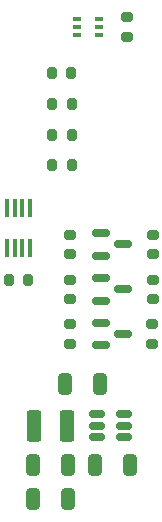
<source format=gbr>
%TF.GenerationSoftware,KiCad,Pcbnew,7.0.9*%
%TF.CreationDate,2024-02-09T11:23:59-05:00*%
%TF.ProjectId,BREAD_Loaf,42524541-445f-44c6-9f61-662e6b696361,rev?*%
%TF.SameCoordinates,PX2fdfdc0PY36746e0*%
%TF.FileFunction,Paste,Bot*%
%TF.FilePolarity,Positive*%
%FSLAX46Y46*%
G04 Gerber Fmt 4.6, Leading zero omitted, Abs format (unit mm)*
G04 Created by KiCad (PCBNEW 7.0.9) date 2024-02-09 11:23:59*
%MOMM*%
%LPD*%
G01*
G04 APERTURE LIST*
G04 Aperture macros list*
%AMRoundRect*
0 Rectangle with rounded corners*
0 $1 Rounding radius*
0 $2 $3 $4 $5 $6 $7 $8 $9 X,Y pos of 4 corners*
0 Add a 4 corners polygon primitive as box body*
4,1,4,$2,$3,$4,$5,$6,$7,$8,$9,$2,$3,0*
0 Add four circle primitives for the rounded corners*
1,1,$1+$1,$2,$3*
1,1,$1+$1,$4,$5*
1,1,$1+$1,$6,$7*
1,1,$1+$1,$8,$9*
0 Add four rect primitives between the rounded corners*
20,1,$1+$1,$2,$3,$4,$5,0*
20,1,$1+$1,$4,$5,$6,$7,0*
20,1,$1+$1,$6,$7,$8,$9,0*
20,1,$1+$1,$8,$9,$2,$3,0*%
G04 Aperture macros list end*
%ADD10RoundRect,0.200000X-0.275000X0.200000X-0.275000X-0.200000X0.275000X-0.200000X0.275000X0.200000X0*%
%ADD11RoundRect,0.150000X-0.587500X-0.150000X0.587500X-0.150000X0.587500X0.150000X-0.587500X0.150000X0*%
%ADD12RoundRect,0.200000X-0.200000X-0.275000X0.200000X-0.275000X0.200000X0.275000X-0.200000X0.275000X0*%
%ADD13RoundRect,0.250000X-0.325000X-0.650000X0.325000X-0.650000X0.325000X0.650000X-0.325000X0.650000X0*%
%ADD14RoundRect,0.250000X0.325000X0.650000X-0.325000X0.650000X-0.325000X-0.650000X0.325000X-0.650000X0*%
%ADD15RoundRect,0.150000X0.512500X0.150000X-0.512500X0.150000X-0.512500X-0.150000X0.512500X-0.150000X0*%
%ADD16R,0.650000X0.400000*%
%ADD17R,0.300000X1.600000*%
%ADD18RoundRect,0.200000X0.200000X0.275000X-0.200000X0.275000X-0.200000X-0.275000X0.200000X-0.275000X0*%
%ADD19RoundRect,0.250000X0.375000X1.075000X-0.375000X1.075000X-0.375000X-1.075000X0.375000X-1.075000X0*%
G04 APERTURE END LIST*
D10*
%TO.C,R5*%
X20600000Y-42175000D03*
X20600000Y-43825000D03*
%TD*%
%TO.C,R6*%
X20600000Y-40025000D03*
X20600000Y-38375000D03*
%TD*%
D11*
%TO.C,Q2*%
X16162500Y-43950000D03*
X16162500Y-42050000D03*
X18037500Y-43000000D03*
%TD*%
D12*
%TO.C,R12*%
X12075000Y-32500000D03*
X13725000Y-32500000D03*
%TD*%
D11*
%TO.C,Q3*%
X18037500Y-39200000D03*
X16162500Y-38250000D03*
X16162500Y-40150000D03*
%TD*%
D10*
%TO.C,R2*%
X13600000Y-42175000D03*
X13600000Y-43825000D03*
%TD*%
D12*
%TO.C,R11*%
X13725000Y-27300000D03*
X12075000Y-27300000D03*
%TD*%
D10*
%TO.C,R4*%
X20537500Y-45975000D03*
X20537500Y-47625000D03*
%TD*%
D12*
%TO.C,R9*%
X13683600Y-24700000D03*
X12033600Y-24700000D03*
%TD*%
D13*
%TO.C,C2*%
X13125000Y-51050000D03*
X16075000Y-51050000D03*
%TD*%
D10*
%TO.C,R3*%
X13600000Y-40025000D03*
X13600000Y-38375000D03*
%TD*%
D14*
%TO.C,C3*%
X13375000Y-57850000D03*
X10425000Y-57850000D03*
%TD*%
D13*
%TO.C,C1*%
X15725000Y-57850000D03*
X18675000Y-57850000D03*
%TD*%
D10*
%TO.C,R1*%
X13537500Y-45975000D03*
X13537500Y-47625000D03*
%TD*%
D14*
%TO.C,C4*%
X13375000Y-60750000D03*
X10425000Y-60750000D03*
%TD*%
D15*
%TO.C,U2*%
X18137500Y-53600000D03*
X18137500Y-54550000D03*
X18137500Y-55500000D03*
X15862500Y-55500000D03*
X15862500Y-54550000D03*
X15862500Y-53600000D03*
%TD*%
D16*
%TO.C,U1*%
X16050000Y-20150000D03*
X16050000Y-20800000D03*
X16050000Y-21450000D03*
X14150000Y-21450000D03*
X14150000Y-20800000D03*
X14150000Y-20150000D03*
%TD*%
D17*
%TO.C,U3*%
X8225000Y-36100000D03*
X8875000Y-36100000D03*
X9525000Y-36100000D03*
X10175000Y-36100000D03*
X10175000Y-39500000D03*
X9525000Y-39500000D03*
X8875000Y-39500000D03*
X8225000Y-39500000D03*
%TD*%
D10*
%TO.C,R7*%
X18400000Y-19975000D03*
X18400000Y-21625000D03*
%TD*%
D12*
%TO.C,R10*%
X12075000Y-29900000D03*
X13725000Y-29900000D03*
%TD*%
D18*
%TO.C,R8*%
X10025000Y-42200000D03*
X8375000Y-42200000D03*
%TD*%
D19*
%TO.C,L1*%
X13300000Y-54550000D03*
X10500000Y-54550000D03*
%TD*%
D11*
%TO.C,Q1*%
X16162500Y-47750000D03*
X16162500Y-45850000D03*
X18037500Y-46800000D03*
%TD*%
M02*

</source>
